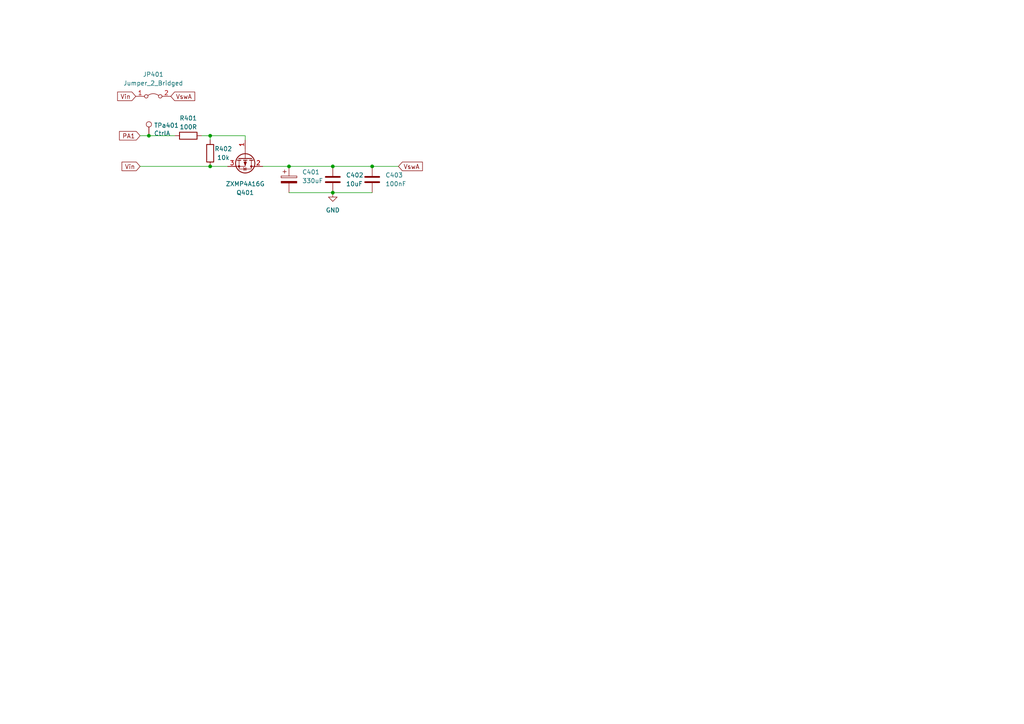
<source format=kicad_sch>
(kicad_sch (version 20211123) (generator eeschema)
  (paper "A4")
  (lib_symbols
    (symbol "Connector:TestPoint" (pin_numbers hide) (pin_names (offset 0.762) hide)
      (property "Reference" "TP" (at 0 6.858 0))
      (property "Value" "TestPoint" (at 0 5.08 0))
      (symbol "TestPoint_0_1"
        (circle (center 0 3.302) (radius 0.762))
      )
      (symbol "TestPoint_1_1"
        (pin passive line (at 0 0 90) (length 2.54) (name "1") (number "1"))
      )
    )
    (symbol "Device:C" (pin_numbers hide) (pin_names (offset 0.254))
      (property "Reference" "C" (at 0.635 2.54 0))
      (property "Value" "C" (at 0.635 -2.54 0))
      (symbol "C_0_1"
        (polyline (pts (xy -2.032 -0.762) (xy 2.032 -0.762)) (stroke (width 0.508)))
        (polyline (pts (xy -2.032 0.762) (xy 2.032 0.762)) (stroke (width 0.508)))
      )
      (symbol "C_1_1"
        (pin passive line (at 0 3.81 270) (length 2.794) (name "~") (number "1"))
        (pin passive line (at 0 -3.81 90) (length 2.794) (name "~") (number "2"))
      )
    )
    (symbol "Device:C_Polarized" (pin_numbers hide) (pin_names (offset 0.254))
      (property "Reference" "C" (at 0.635 2.54 0))
      (property "Value" "C_Polarized" (at 0.635 -2.54 0))
      (symbol "C_Polarized_0_1"
        (rectangle (start -2.286 0.508) (end 2.286 1.016))
        (polyline (pts (xy -1.778 2.286) (xy -0.762 2.286)))
        (polyline (pts (xy -1.27 2.794) (xy -1.27 1.778)))
        (rectangle (start 2.286 -0.508) (end -2.286 -1.016) (fill (type outline)))
      )
      (symbol "C_Polarized_1_1"
        (pin passive line (at 0 3.81 270) (length 2.794) (name "~") (number "1"))
        (pin passive line (at 0 -3.81 90) (length 2.794) (name "~") (number "2"))
      )
    )
    (symbol "Device:R" (pin_numbers hide) (pin_names (offset 0))
      (property "Reference" "R" (at 2.032 0 90))
      (property "Value" "R" (at 0 0 90))
      (symbol "R_0_1"
        (rectangle (start -1.016 -2.54) (end 1.016 2.54) (stroke (width 0.254)))
      )
      (symbol "R_1_1"
        (pin passive line (at 0 3.81 270) (length 1.27) (name "~") (number "1"))
        (pin passive line (at 0 -3.81 90) (length 1.27) (name "~") (number "2"))
      )
    )
    (symbol "Jumper:Jumper_2_Bridged" (pin_names (offset 0) hide)
      (property "Reference" "JP" (at 0 1.905 0))
      (property "Value" "Jumper_2_Bridged" (at 0 -2.54 0))
      (symbol "Jumper_2_Bridged_0_0"
        (circle (center -2.032 0) (radius 0.508))
        (circle (center 2.032 0) (radius 0.508))
      )
      (symbol "Jumper_2_Bridged_0_1"
        (arc (start 1.524 0.254) (mid 0 0.762) (end -1.524 0.254))
      )
      (symbol "Jumper_2_Bridged_1_1"
        (pin passive line (at -5.08 0 0) (length 2.54) (name "A") (number "1"))
        (pin passive line (at 5.08 0 180) (length 2.54) (name "B") (number "2"))
      )
    )
    (symbol "Transistor_FET:ZXMP4A16G" (pin_names hide)
      (property "Reference" "Q" (at 5.08 1.905 0))
      (property "Value" "ZXMP4A16G" (at 5.08 0 0))
      (symbol "ZXMP4A16G_0_1"
        (polyline (pts (xy 0.254 0) (xy -2.54 0)))
        (polyline (pts (xy 0.254 1.905) (xy 0.254 -1.905)) (stroke (width 0.254)))
        (polyline (pts (xy 0.762 -1.27) (xy 0.762 -2.286)) (stroke (width 0.254)))
        (polyline (pts (xy 0.762 0.508) (xy 0.762 -0.508)) (stroke (width 0.254)))
        (polyline (pts (xy 0.762 2.286) (xy 0.762 1.27)) (stroke (width 0.254)))
        (polyline (pts (xy 2.54 2.54) (xy 2.54 1.778)))
        (polyline (pts (xy 2.54 -2.54) (xy 2.54 0) (xy 0.762 0)))
        (polyline (pts (xy 0.762 1.778) (xy 3.302 1.778) (xy 3.302 -1.778) (xy 0.762 -1.778)))
        (polyline (pts (xy 2.286 0) (xy 1.27 0.381) (xy 1.27 -0.381) (xy 2.286 0)) (fill (type outline)))
        (polyline (pts (xy 2.794 -0.508) (xy 2.921 -0.381) (xy 3.683 -0.381) (xy 3.81 -0.254)))
        (polyline (pts (xy 3.302 -0.381) (xy 2.921 0.254) (xy 3.683 0.254) (xy 3.302 -0.381)))
        (circle (center 1.651 0) (radius 2.794) (stroke (width 0.254)))
        (circle (center 2.54 -1.778) (radius 0.254) (fill (type outline)))
        (circle (center 2.54 1.778) (radius 0.254) (fill (type outline)))
      )
      (symbol "ZXMP4A16G_1_1"
        (pin input line (at -5.08 0 0) (length 2.54) (name "G") (number "1"))
        (pin passive line (at 2.54 5.08 270) (length 2.54) (name "D") (number "2"))
        (pin passive line (at 2.54 -5.08 90) (length 2.54) (name "S") (number "3"))
      )
    )
    (symbol "power:GND" (power) (pin_names (offset 0))
      (property "Value" "GND" (at 0 -3.81 0))
      (symbol "GND_0_1"
        (polyline (pts (xy 0 0) (xy 0 -1.27) (xy 1.27 -1.27) (xy 0 -2.54) (xy -1.27 -1.27) (xy 0 -1.27)))
      )
      (symbol "GND_1_1"
        (pin power_in line (at 0 0 270) (length 0) hide (name "GND") (number "1"))
      )
    )
  )
  (junction (at 43.18 39.37))
  (junction (at 96.52 48.26))
  (junction (at 83.82 48.26))
  (junction (at 96.52 55.88))
  (junction (at 60.96 39.37))
  (junction (at 60.96 48.26))
  (junction (at 107.95 48.26))
  (wire (pts (xy 60.96 48.26) (xy 66.04 48.26)))
  (wire (pts (xy 83.82 48.26) (xy 96.52 48.26)))
  (wire (pts (xy 40.64 39.37) (xy 43.18 39.37)))
  (wire (pts (xy 43.18 39.37) (xy 50.8 39.37)))
  (wire (pts (xy 58.42 39.37) (xy 60.96 39.37)))
  (wire (pts (xy 60.96 39.37) (xy 71.12 39.37)))
  (wire (pts (xy 96.52 55.88) (xy 83.82 55.88)))
  (wire (pts (xy 71.12 39.37) (xy 71.12 40.64)))
  (wire (pts (xy 107.95 48.26) (xy 115.57 48.26)))
  (wire (pts (xy 96.52 48.26) (xy 107.95 48.26)))
  (wire (pts (xy 40.64 48.26) (xy 60.96 48.26)))
  (wire (pts (xy 107.95 55.88) (xy 96.52 55.88)))
  (wire (pts (xy 60.96 40.64) (xy 60.96 39.37)))
  (wire (pts (xy 76.2 48.26) (xy 83.82 48.26)))
  (global_label "PA1" (shape input) (at 40.64 39.37 180) (property "Intersheet References" "${INTERSHEET_REFS}" (effects hide)))
  (global_label "VswA" (shape input) (at 115.57 48.26 0) (property "Intersheet References" "${INTERSHEET_REFS}" (effects hide)))
  (global_label "VswA" (shape input) (at 49.53 27.94 0) (property "Intersheet References" "${INTERSHEET_REFS}" (effects hide)))
  (global_label "Vin" (shape input) (at 39.37 27.94 180) (property "Intersheet References" "${INTERSHEET_REFS}" (effects hide)))
  (global_label "Vin" (shape input) (at 40.64 48.26 180) (property "Intersheet References" "${INTERSHEET_REFS}" (effects hide)))
  (symbol (lib_id "power:GND") (at 96.52 55.88 0) (unit 1)
    (property "Reference" "#PWR0401" (effects hide))
    (property "Value" "GND" (at 96.52 60.96 0))
  )
  (symbol (lib_id "Transistor_FET:ZXMP4A16G") (at 71.12 45.72 270) (unit 1)
    (property "Reference" "Q401" (at 71.12 55.88 90))
    (property "Value" "ZXMP4A16G" (at 71.12 53.34 90))
    (property "Footprint" "tinker:SOT-223-3_TabPin2_opt23" (effects hide))
    (property "Datasheet" "https://www.diodes.com/assets/Datasheets/ZXMP4A16G.pdf" (effects hide))
    (property "DigiKey" "ZXMP4A16GTA" (effects hide))
    (property "LCSC" "C141324" (effects hide))
  )
  (symbol (lib_id "Jumper:Jumper_2_Bridged") (at 44.45 27.94 0) (unit 1) (in_bom no) (on_board no)
    (property "Reference" "JP401" (at 44.45 21.59 0))
    (property "Value" "Jumper_2_Bridged" (at 44.45 24.13 0))
    (property "Footprint" "Jumper:SolderJumper-2_P1.3mm_Bridged_RoundedPad1.0x1.5mm" (effects hide))
  )
  (symbol (lib_id "Connector:TestPoint") (at 43.18 39.37 0) (unit 1) (in_bom no)
    (property "Reference" "TPa401" (at 44.6532 36.3728 0) (effects (justify left)))
    (property "Value" "CtrlA" (at 44.6532 38.6842 0) (effects (justify left)))
    (property "Footprint" "tinker:TestPoint_THTPad_D1.0mm_Drill0.5mm" (effects hide))
  )
  (symbol (lib_id "Device:C") (at 96.52 52.07 0) (unit 1)
    (property "Reference" "C402" (at 100.33 50.7999 0) (effects (justify left)))
    (property "Value" "10uF" (at 100.33 53.3399 0) (effects (justify left)))
    (property "Footprint" "Capacitor_SMD:C_1206_3216Metric" (effects hide))
  )
  (symbol (lib_id "Device:R") (at 60.96 44.45 0) (mirror x) (unit 1)
    (property "Reference" "R402" (at 64.77 43.18 0))
    (property "Value" "10k" (at 64.77 45.72 0))
    (property "Footprint" "Resistor_SMD:R_0603_1608Metric" (effects hide))
    (property "LCSC" "C25804" (effects hide))
  )
  (symbol (lib_id "Device:R") (at 54.61 39.37 90) (mirror x) (unit 1)
    (property "Reference" "R401" (at 54.61 34.29 90))
    (property "Value" "100R" (at 54.61 36.83 90))
    (property "Footprint" "Resistor_SMD:R_0603_1608Metric" (effects hide))
    (property "LCSC" "C22775" (effects hide))
  )
  (symbol (lib_id "Device:C_Polarized") (at 83.82 52.07 0) (unit 1)
    (property "Reference" "C401" (at 87.63 49.9109 0) (effects (justify left)))
    (property "Value" "330uF" (at 87.63 52.4509 0) (effects (justify left)))
    (property "Footprint" "Capacitor_SMD:CP_Elec_10x10" (effects hide))
    (property "LCSC" "C5155333" (effects hide))
  )
  (symbol (lib_id "Device:C") (at 107.95 52.07 0) (unit 1)
    (property "Reference" "C403" (at 111.76 50.7999 0) (effects (justify left)))
    (property "Value" "100nF" (at 111.76 53.3399 0) (effects (justify left)))
    (property "Footprint" "Capacitor_SMD:C_0603_1608Metric" (effects hide))
  )
)
</source>
